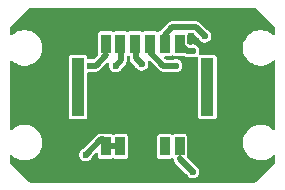
<source format=gbr>
%TF.GenerationSoftware,KiCad,Pcbnew,9.0.2*%
%TF.CreationDate,2025-07-31T21:38:40-05:00*%
%TF.ProjectId,QuiverAttachPCB,51756976-6572-4417-9474-616368504342,rev?*%
%TF.SameCoordinates,Original*%
%TF.FileFunction,Copper,L2,Bot*%
%TF.FilePolarity,Positive*%
%FSLAX46Y46*%
G04 Gerber Fmt 4.6, Leading zero omitted, Abs format (unit mm)*
G04 Created by KiCad (PCBNEW 9.0.2) date 2025-07-31 21:38:40*
%MOMM*%
%LPD*%
G01*
G04 APERTURE LIST*
%TA.AperFunction,SMDPad,CuDef*%
%ADD10R,1.092200X4.902200*%
%TD*%
%TA.AperFunction,SMDPad,CuDef*%
%ADD11R,0.812800X1.600200*%
%TD*%
%TA.AperFunction,ViaPad*%
%ADD12C,0.600000*%
%TD*%
%TA.AperFunction,ViaPad*%
%ADD13C,0.900000*%
%TD*%
%TA.AperFunction,Conductor*%
%ADD14C,0.500000*%
%TD*%
%TA.AperFunction,Conductor*%
%ADD15C,0.200000*%
%TD*%
G04 APERTURE END LIST*
D10*
%TO.P,J1,14*%
%TO.N,N/C*%
X104525000Y-132296174D03*
%TO.P,J1,13*%
X115475000Y-132296174D03*
D11*
%TO.P,J1,12,12*%
%TO.N,FMU_CH1*%
X113125000Y-137346301D03*
%TO.P,J1,11,11*%
%TO.N,CAN1_P*%
X113125000Y-128646298D03*
%TO.P,J1,10,10*%
%TO.N,+12V*%
X111875000Y-137346301D03*
%TO.P,J1,9,9*%
%TO.N,CAN1_N*%
X111875000Y-128646298D03*
%TO.P,J1,8,8*%
%TO.N,GND*%
X110625000Y-137346301D03*
%TO.P,J1,7,7*%
%TO.N,ETH_TX-*%
X110625000Y-128646298D03*
%TO.P,J1,6,6*%
%TO.N,GND*%
X109375000Y-137346301D03*
%TO.P,J1,5,5*%
%TO.N,ETH_TX+*%
X109375000Y-128646298D03*
%TO.P,J1,4,4*%
%TO.N,12VSW*%
X108125000Y-137346301D03*
%TO.P,J1,3,3*%
%TO.N,ETH_RX-*%
X108125000Y-128646298D03*
%TO.P,J1,2,2*%
%TO.N,12VSW*%
X106875000Y-137346301D03*
%TO.P,J1,1,1*%
%TO.N,ETH_RX+*%
X106875000Y-128646298D03*
%TD*%
D12*
%TO.N,CAN1_N*%
X115250000Y-128000000D03*
D13*
%TO.N,GND*%
X103000000Y-138000000D03*
D12*
%TO.N,ETH_TX+*%
X109908400Y-130387193D03*
%TO.N,12VSW*%
X105170000Y-138040000D03*
%TO.N,ETH_TX-*%
X112790000Y-130500000D03*
%TO.N,FMU_CH1*%
X114250000Y-139500000D03*
%TO.N,ETH_RX+*%
X105571102Y-130500000D03*
%TO.N,ETH_RX-*%
X107710000Y-130500000D03*
%TO.N,+12V*%
X111858469Y-136813681D03*
%TO.N,CAN1_P*%
X114250000Y-129250000D03*
%TO.N,GND*%
X106500000Y-139250000D03*
%TD*%
D14*
%TO.N,ETH_TX-*%
X110625000Y-129039998D02*
X110625000Y-129375000D01*
X111750000Y-130500000D02*
X112790000Y-130500000D01*
X110625000Y-129375000D02*
X111750000Y-130500000D01*
%TO.N,GND*%
X108771401Y-139250000D02*
X106500000Y-139250000D01*
X109408400Y-137658400D02*
X109720499Y-137346301D01*
X109720499Y-137346301D02*
X110625000Y-137346301D01*
%TO.N,12VSW*%
X106875000Y-137346301D02*
X108125000Y-137346301D01*
X106460000Y-136750000D02*
X105170000Y-138040000D01*
X106603548Y-136750000D02*
X106460000Y-136750000D01*
%TO.N,CAN1_N*%
X112500000Y-127250000D02*
X114500000Y-127250000D01*
X114500000Y-127250000D02*
X115250000Y-128000000D01*
X111875000Y-128646298D02*
X111875000Y-127875000D01*
X111875000Y-127875000D02*
X112500000Y-127250000D01*
%TO.N,ETH_TX+*%
X109908400Y-130387193D02*
X109408400Y-129887193D01*
X109408400Y-129887193D02*
X109408400Y-128679698D01*
X109408400Y-128679698D02*
X109375000Y-128646298D01*
%TO.N,ETH_RX-*%
X107710000Y-130500000D02*
X108158400Y-130051600D01*
X108158400Y-128679698D02*
X108125000Y-128646298D01*
X108158400Y-130051600D02*
X108158400Y-128679698D01*
D15*
%TO.N,ETH_TX-*%
X110625000Y-128646298D02*
X110625000Y-129039998D01*
D14*
%TO.N,CAN1_P*%
X113125000Y-128646298D02*
X113728702Y-129250000D01*
X113728702Y-129250000D02*
X114250000Y-129250000D01*
%TO.N,ETH_RX+*%
X105571102Y-130500000D02*
X106013249Y-130500000D01*
X106013249Y-130500000D02*
X106908400Y-129604849D01*
%TO.N,FMU_CH1*%
X113158400Y-138408400D02*
X114250000Y-139500000D01*
X113158400Y-138304852D02*
X113158400Y-138408400D01*
%TO.N,GND*%
X109375000Y-138646401D02*
X108771401Y-139250000D01*
X104250000Y-139250000D02*
X103000000Y-138000000D01*
X109375000Y-137346301D02*
X109375000Y-138646401D01*
X106500000Y-139250000D02*
X104250000Y-139250000D01*
%TD*%
%TA.AperFunction,Conductor*%
%TO.N,GND*%
G36*
X119558363Y-125620185D02*
G01*
X119579005Y-125636819D01*
X121213181Y-127270995D01*
X121246666Y-127332318D01*
X121249500Y-127358676D01*
X121249500Y-127828111D01*
X121229815Y-127895150D01*
X121177011Y-127940905D01*
X121107853Y-127950849D01*
X121044297Y-127921824D01*
X121037819Y-127915792D01*
X120977512Y-127855485D01*
X120977510Y-127855483D01*
X120786433Y-127716657D01*
X120575996Y-127609433D01*
X120351368Y-127536446D01*
X120118097Y-127499500D01*
X120118092Y-127499500D01*
X119881908Y-127499500D01*
X119881903Y-127499500D01*
X119648631Y-127536446D01*
X119424003Y-127609433D01*
X119213566Y-127716657D01*
X119116045Y-127787511D01*
X119022490Y-127855483D01*
X119022488Y-127855485D01*
X119022487Y-127855485D01*
X118855485Y-128022487D01*
X118855485Y-128022488D01*
X118855483Y-128022490D01*
X118819169Y-128072472D01*
X118716657Y-128213566D01*
X118609433Y-128424003D01*
X118536446Y-128648631D01*
X118499500Y-128881902D01*
X118499500Y-129118097D01*
X118536446Y-129351368D01*
X118609433Y-129575996D01*
X118687515Y-129729239D01*
X118716657Y-129786433D01*
X118855483Y-129977510D01*
X119022490Y-130144517D01*
X119213567Y-130283343D01*
X119275144Y-130314718D01*
X119424003Y-130390566D01*
X119424005Y-130390566D01*
X119424008Y-130390568D01*
X119537743Y-130427523D01*
X119648631Y-130463553D01*
X119881903Y-130500500D01*
X119881908Y-130500500D01*
X120118097Y-130500500D01*
X120351368Y-130463553D01*
X120363334Y-130459665D01*
X120575992Y-130390568D01*
X120786433Y-130283343D01*
X120977510Y-130144517D01*
X121037819Y-130084208D01*
X121099142Y-130050723D01*
X121168834Y-130055707D01*
X121224767Y-130097579D01*
X121249184Y-130163043D01*
X121249500Y-130171889D01*
X121249500Y-135828111D01*
X121229815Y-135895150D01*
X121177011Y-135940905D01*
X121107853Y-135950849D01*
X121044297Y-135921824D01*
X121037819Y-135915792D01*
X120977512Y-135855485D01*
X120977510Y-135855483D01*
X120786433Y-135716657D01*
X120575996Y-135609433D01*
X120351368Y-135536446D01*
X120118097Y-135499500D01*
X120118092Y-135499500D01*
X119881908Y-135499500D01*
X119881903Y-135499500D01*
X119648631Y-135536446D01*
X119424003Y-135609433D01*
X119213566Y-135716657D01*
X119104550Y-135795862D01*
X119022490Y-135855483D01*
X119022488Y-135855485D01*
X119022487Y-135855485D01*
X118855485Y-136022487D01*
X118855485Y-136022488D01*
X118855483Y-136022490D01*
X118795862Y-136104550D01*
X118716657Y-136213566D01*
X118609433Y-136424003D01*
X118536446Y-136648631D01*
X118499500Y-136881902D01*
X118499500Y-137118097D01*
X118536446Y-137351368D01*
X118609433Y-137575996D01*
X118673630Y-137701988D01*
X118716657Y-137786433D01*
X118855483Y-137977510D01*
X119022490Y-138144517D01*
X119213567Y-138283343D01*
X119312991Y-138334002D01*
X119424003Y-138390566D01*
X119424005Y-138390566D01*
X119424008Y-138390568D01*
X119526605Y-138423904D01*
X119648631Y-138463553D01*
X119881903Y-138500500D01*
X119881908Y-138500500D01*
X120118097Y-138500500D01*
X120351368Y-138463553D01*
X120575992Y-138390568D01*
X120786433Y-138283343D01*
X120977510Y-138144517D01*
X121037819Y-138084208D01*
X121099142Y-138050723D01*
X121168834Y-138055707D01*
X121224767Y-138097579D01*
X121249184Y-138163043D01*
X121249500Y-138171889D01*
X121249500Y-138641324D01*
X121229815Y-138708363D01*
X121213181Y-138729005D01*
X119579005Y-140363181D01*
X119517682Y-140396666D01*
X119491324Y-140399500D01*
X100508676Y-140399500D01*
X100441637Y-140379815D01*
X100420995Y-140363181D01*
X98786819Y-138729005D01*
X98753334Y-138667682D01*
X98750500Y-138641324D01*
X98750500Y-138171889D01*
X98770185Y-138104850D01*
X98822989Y-138059095D01*
X98892147Y-138049151D01*
X98955703Y-138078176D01*
X98962181Y-138084208D01*
X99022490Y-138144517D01*
X99213567Y-138283343D01*
X99312991Y-138334002D01*
X99424003Y-138390566D01*
X99424005Y-138390566D01*
X99424008Y-138390568D01*
X99526605Y-138423904D01*
X99648631Y-138463553D01*
X99881903Y-138500500D01*
X99881908Y-138500500D01*
X100118097Y-138500500D01*
X100351368Y-138463553D01*
X100575992Y-138390568D01*
X100786433Y-138283343D01*
X100977510Y-138144517D01*
X101144517Y-137977510D01*
X101151772Y-137967525D01*
X104619500Y-137967525D01*
X104619500Y-138112475D01*
X104654779Y-138244136D01*
X104657017Y-138252488D01*
X104729488Y-138378011D01*
X104729490Y-138378013D01*
X104729491Y-138378015D01*
X104831985Y-138480509D01*
X104831986Y-138480510D01*
X104831988Y-138480511D01*
X104957511Y-138552982D01*
X104957512Y-138552982D01*
X104957515Y-138552984D01*
X105097525Y-138590500D01*
X105097528Y-138590500D01*
X105242472Y-138590500D01*
X105242475Y-138590500D01*
X105382485Y-138552984D01*
X105508015Y-138480509D01*
X105610509Y-138378015D01*
X105682984Y-138252485D01*
X105682985Y-138252478D01*
X105686029Y-138245133D01*
X105712907Y-138204905D01*
X106006420Y-137911393D01*
X106067742Y-137877909D01*
X106137434Y-137882893D01*
X106193367Y-137924765D01*
X106217784Y-137990229D01*
X106218100Y-137999075D01*
X106218100Y-138171079D01*
X106232632Y-138244136D01*
X106232633Y-138244140D01*
X106232634Y-138244141D01*
X106287999Y-138327002D01*
X106364341Y-138378011D01*
X106370860Y-138382367D01*
X106370864Y-138382368D01*
X106443921Y-138396900D01*
X106443924Y-138396901D01*
X106443926Y-138396901D01*
X107306076Y-138396901D01*
X107306077Y-138396900D01*
X107379140Y-138382367D01*
X107431111Y-138347641D01*
X107497786Y-138326764D01*
X107565166Y-138345248D01*
X107568850Y-138347616D01*
X107620860Y-138382367D01*
X107620862Y-138382367D01*
X107620864Y-138382368D01*
X107693921Y-138396900D01*
X107693924Y-138396901D01*
X107693926Y-138396901D01*
X108556076Y-138396901D01*
X108556077Y-138396900D01*
X108629140Y-138382367D01*
X108712001Y-138327002D01*
X108767366Y-138244141D01*
X108781900Y-138171075D01*
X108781900Y-136521527D01*
X108781900Y-136521524D01*
X108781899Y-136521522D01*
X111218100Y-136521522D01*
X111218100Y-138171079D01*
X111232632Y-138244136D01*
X111232633Y-138244140D01*
X111232634Y-138244141D01*
X111287999Y-138327002D01*
X111364341Y-138378011D01*
X111370860Y-138382367D01*
X111370864Y-138382368D01*
X111443921Y-138396900D01*
X111443924Y-138396901D01*
X111443926Y-138396901D01*
X112306076Y-138396901D01*
X112306077Y-138396900D01*
X112379140Y-138382367D01*
X112431111Y-138347641D01*
X112450185Y-138341668D01*
X112467194Y-138331162D01*
X112482847Y-138331441D01*
X112497786Y-138326764D01*
X112517063Y-138332052D01*
X112537052Y-138332409D01*
X112562170Y-138344426D01*
X112565166Y-138345248D01*
X112568837Y-138347607D01*
X112602792Y-138370294D01*
X112647596Y-138423904D01*
X112656420Y-138466287D01*
X112656839Y-138466232D01*
X112657579Y-138471855D01*
X112657900Y-138473395D01*
X112657900Y-138474292D01*
X112674954Y-138537939D01*
X112692008Y-138601587D01*
X112714951Y-138641324D01*
X112757900Y-138715714D01*
X112757902Y-138715716D01*
X113707089Y-139664903D01*
X113733965Y-139705121D01*
X113737015Y-139712482D01*
X113737016Y-139712485D01*
X113809491Y-139838015D01*
X113911985Y-139940509D01*
X113911986Y-139940510D01*
X113911988Y-139940511D01*
X114037511Y-140012982D01*
X114037512Y-140012982D01*
X114037515Y-140012984D01*
X114177525Y-140050500D01*
X114177528Y-140050500D01*
X114322472Y-140050500D01*
X114322475Y-140050500D01*
X114462485Y-140012984D01*
X114588015Y-139940509D01*
X114690509Y-139838015D01*
X114762984Y-139712485D01*
X114800500Y-139572475D01*
X114800500Y-139427525D01*
X114762984Y-139287515D01*
X114690509Y-139161985D01*
X114588015Y-139059491D01*
X114462485Y-138987016D01*
X114462482Y-138987015D01*
X114455121Y-138983965D01*
X114414903Y-138957089D01*
X113803380Y-138345566D01*
X113769895Y-138284243D01*
X113769444Y-138233692D01*
X113770504Y-138228367D01*
X113781900Y-138171075D01*
X113781900Y-136521527D01*
X113781900Y-136521524D01*
X113781899Y-136521522D01*
X113767367Y-136448465D01*
X113767366Y-136448461D01*
X113751024Y-136424003D01*
X113712001Y-136365600D01*
X113656635Y-136328606D01*
X113629139Y-136310234D01*
X113629135Y-136310233D01*
X113556077Y-136295701D01*
X113556074Y-136295701D01*
X112693926Y-136295701D01*
X112693923Y-136295701D01*
X112620864Y-136310233D01*
X112620857Y-136310236D01*
X112568889Y-136344959D01*
X112502211Y-136365836D01*
X112434831Y-136347350D01*
X112431111Y-136344959D01*
X112379142Y-136310236D01*
X112379135Y-136310233D01*
X112306077Y-136295701D01*
X112306074Y-136295701D01*
X112068635Y-136295701D01*
X112036542Y-136291476D01*
X111991396Y-136279379D01*
X111930944Y-136263181D01*
X111785994Y-136263181D01*
X111680396Y-136291476D01*
X111648303Y-136295701D01*
X111443923Y-136295701D01*
X111370864Y-136310233D01*
X111370860Y-136310234D01*
X111287999Y-136365600D01*
X111232633Y-136448461D01*
X111232632Y-136448465D01*
X111218100Y-136521522D01*
X108781899Y-136521522D01*
X108767367Y-136448465D01*
X108767366Y-136448461D01*
X108751024Y-136424003D01*
X108712001Y-136365600D01*
X108656635Y-136328606D01*
X108629139Y-136310234D01*
X108629135Y-136310233D01*
X108556077Y-136295701D01*
X108556074Y-136295701D01*
X107693926Y-136295701D01*
X107693923Y-136295701D01*
X107620864Y-136310233D01*
X107620857Y-136310236D01*
X107568889Y-136344959D01*
X107502211Y-136365836D01*
X107434831Y-136347350D01*
X107431111Y-136344959D01*
X107379142Y-136310236D01*
X107379135Y-136310233D01*
X107306077Y-136295701D01*
X107306074Y-136295701D01*
X106850594Y-136295701D01*
X106803143Y-136286263D01*
X106796736Y-136283609D01*
X106796734Y-136283608D01*
X106669440Y-136249500D01*
X106525892Y-136249500D01*
X106394107Y-136249500D01*
X106394105Y-136249500D01*
X106343048Y-136263180D01*
X106343049Y-136263181D01*
X106266814Y-136283608D01*
X106266812Y-136283608D01*
X106266812Y-136283609D01*
X106152686Y-136349500D01*
X106152683Y-136349502D01*
X105005093Y-137497091D01*
X104964873Y-137523968D01*
X104957515Y-137527016D01*
X104831988Y-137599489D01*
X104831982Y-137599493D01*
X104729493Y-137701982D01*
X104729488Y-137701988D01*
X104657017Y-137827511D01*
X104657016Y-137827515D01*
X104619500Y-137967525D01*
X101151772Y-137967525D01*
X101283343Y-137786433D01*
X101390568Y-137575992D01*
X101463553Y-137351368D01*
X101488929Y-137191150D01*
X101500500Y-137118097D01*
X101500500Y-136881902D01*
X101463553Y-136648631D01*
X101416810Y-136504773D01*
X101390568Y-136424008D01*
X101390566Y-136424005D01*
X101390566Y-136424003D01*
X101325192Y-136295701D01*
X101283343Y-136213567D01*
X101144517Y-136022490D01*
X100977510Y-135855483D01*
X100786433Y-135716657D01*
X100575996Y-135609433D01*
X100351368Y-135536446D01*
X100118097Y-135499500D01*
X100118092Y-135499500D01*
X99881908Y-135499500D01*
X99881903Y-135499500D01*
X99648631Y-135536446D01*
X99424003Y-135609433D01*
X99213566Y-135716657D01*
X99104550Y-135795862D01*
X99022490Y-135855483D01*
X99022488Y-135855485D01*
X99022487Y-135855485D01*
X98962181Y-135915792D01*
X98900858Y-135949277D01*
X98831166Y-135944293D01*
X98775233Y-135902421D01*
X98750816Y-135836957D01*
X98750500Y-135828111D01*
X98750500Y-130171889D01*
X98770185Y-130104850D01*
X98822989Y-130059095D01*
X98892147Y-130049151D01*
X98955703Y-130078176D01*
X98962181Y-130084208D01*
X99022490Y-130144517D01*
X99213567Y-130283343D01*
X99275144Y-130314718D01*
X99424003Y-130390566D01*
X99424005Y-130390566D01*
X99424008Y-130390568D01*
X99537743Y-130427523D01*
X99648631Y-130463553D01*
X99881903Y-130500500D01*
X99881908Y-130500500D01*
X100118097Y-130500500D01*
X100351368Y-130463553D01*
X100363334Y-130459665D01*
X100575992Y-130390568D01*
X100786433Y-130283343D01*
X100977510Y-130144517D01*
X101144517Y-129977510D01*
X101258668Y-129820395D01*
X103728400Y-129820395D01*
X103728400Y-134771952D01*
X103742932Y-134845009D01*
X103742933Y-134845013D01*
X103742934Y-134845014D01*
X103798299Y-134927875D01*
X103881160Y-134983240D01*
X103881164Y-134983241D01*
X103954221Y-134997773D01*
X103954224Y-134997774D01*
X103954226Y-134997774D01*
X105095776Y-134997774D01*
X105095777Y-134997773D01*
X105168840Y-134983240D01*
X105251701Y-134927875D01*
X105307066Y-134845014D01*
X105321600Y-134771948D01*
X105321600Y-131164665D01*
X105341285Y-131097626D01*
X105394089Y-131051871D01*
X105463247Y-131041927D01*
X105477691Y-131044890D01*
X105498627Y-131050500D01*
X105498629Y-131050500D01*
X105643574Y-131050500D01*
X105643577Y-131050500D01*
X105783587Y-131012984D01*
X105783590Y-131012981D01*
X105790940Y-131009938D01*
X105838391Y-131000500D01*
X106079139Y-131000500D01*
X106079141Y-131000500D01*
X106206435Y-130966392D01*
X106320563Y-130900500D01*
X106966223Y-130254839D01*
X107027544Y-130221356D01*
X107097235Y-130226340D01*
X107153169Y-130268211D01*
X107177586Y-130333676D01*
X107173677Y-130374614D01*
X107159500Y-130427523D01*
X107159500Y-130427525D01*
X107159500Y-130572475D01*
X107184266Y-130664901D01*
X107197017Y-130712488D01*
X107269488Y-130838011D01*
X107269490Y-130838013D01*
X107269491Y-130838015D01*
X107371985Y-130940509D01*
X107371986Y-130940510D01*
X107371988Y-130940511D01*
X107497511Y-131012982D01*
X107497512Y-131012982D01*
X107497515Y-131012984D01*
X107637525Y-131050500D01*
X107637528Y-131050500D01*
X107782472Y-131050500D01*
X107782475Y-131050500D01*
X107922485Y-131012984D01*
X108048015Y-130940509D01*
X108150509Y-130838015D01*
X108222984Y-130712485D01*
X108222985Y-130712478D01*
X108226029Y-130705133D01*
X108252905Y-130664907D01*
X108558899Y-130358915D01*
X108561977Y-130353585D01*
X108624792Y-130244786D01*
X108658900Y-130117492D01*
X108658900Y-129772724D01*
X108661760Y-129762980D01*
X108660494Y-129752904D01*
X108671439Y-129730018D01*
X108678585Y-129705685D01*
X108686258Y-129699035D01*
X108690641Y-129689873D01*
X108712222Y-129676537D01*
X108731389Y-129659930D01*
X108741439Y-129658484D01*
X108750080Y-129653146D01*
X108775441Y-129653595D01*
X108800547Y-129649986D01*
X108811645Y-129654237D01*
X108819938Y-129654385D01*
X108851772Y-129669610D01*
X108852780Y-129670283D01*
X108897590Y-129723888D01*
X108907900Y-129773392D01*
X108907900Y-129821301D01*
X108907900Y-129953085D01*
X108910605Y-129963181D01*
X108942008Y-130080380D01*
X108963435Y-130117492D01*
X109007900Y-130194507D01*
X109007902Y-130194509D01*
X109365489Y-130552096D01*
X109392365Y-130592314D01*
X109395415Y-130599675D01*
X109395416Y-130599678D01*
X109467891Y-130725208D01*
X109570385Y-130827702D01*
X109570386Y-130827703D01*
X109570388Y-130827704D01*
X109695911Y-130900175D01*
X109695912Y-130900175D01*
X109695915Y-130900177D01*
X109835925Y-130937693D01*
X109835928Y-130937693D01*
X109980872Y-130937693D01*
X109980875Y-130937693D01*
X110120885Y-130900177D01*
X110246415Y-130827702D01*
X110348909Y-130725208D01*
X110421384Y-130599678D01*
X110458900Y-130459668D01*
X110458900Y-130314718D01*
X110432993Y-130218033D01*
X110434656Y-130148189D01*
X110473818Y-130090326D01*
X110538046Y-130062821D01*
X110606948Y-130074407D01*
X110640449Y-130098263D01*
X111345159Y-130802972D01*
X111345169Y-130802983D01*
X111349499Y-130807313D01*
X111349500Y-130807314D01*
X111442686Y-130900500D01*
X111556814Y-130966392D01*
X111684107Y-131000500D01*
X111684108Y-131000500D01*
X112522711Y-131000500D01*
X112570162Y-131009938D01*
X112577513Y-131012983D01*
X112577515Y-131012984D01*
X112717525Y-131050500D01*
X112717528Y-131050500D01*
X112862472Y-131050500D01*
X112862475Y-131050500D01*
X113002485Y-131012984D01*
X113128015Y-130940509D01*
X113230509Y-130838015D01*
X113302984Y-130712485D01*
X113340500Y-130572475D01*
X113340500Y-130427525D01*
X113302984Y-130287515D01*
X113300575Y-130283343D01*
X113230511Y-130161988D01*
X113230506Y-130161982D01*
X113128017Y-130059493D01*
X113128011Y-130059488D01*
X113002488Y-129987017D01*
X113002489Y-129987017D01*
X112978365Y-129980553D01*
X112862475Y-129949500D01*
X112717525Y-129949500D01*
X112633519Y-129972009D01*
X112577513Y-129987016D01*
X112570162Y-129990062D01*
X112548238Y-129992418D01*
X112527331Y-129999414D01*
X112522711Y-129999500D01*
X112008675Y-129999500D01*
X111941636Y-129979815D01*
X111920994Y-129963181D01*
X111866392Y-129908579D01*
X111832907Y-129847256D01*
X111837891Y-129777564D01*
X111879763Y-129721631D01*
X111945227Y-129697214D01*
X111954073Y-129696898D01*
X112306076Y-129696898D01*
X112306077Y-129696897D01*
X112379140Y-129682364D01*
X112431111Y-129647638D01*
X112463341Y-129637546D01*
X112495380Y-129626827D01*
X112496592Y-129627134D01*
X112497786Y-129626761D01*
X112530354Y-129635695D01*
X112563106Y-129644000D01*
X112563959Y-129644914D01*
X112565166Y-129645245D01*
X112568850Y-129647613D01*
X112620860Y-129682364D01*
X112620862Y-129682364D01*
X112620864Y-129682365D01*
X112693921Y-129696897D01*
X112693924Y-129696898D01*
X112693926Y-129696898D01*
X113468526Y-129696898D01*
X113530525Y-129713510D01*
X113535516Y-129716392D01*
X113662810Y-129750500D01*
X113982711Y-129750500D01*
X114030162Y-129759938D01*
X114037513Y-129762983D01*
X114037515Y-129762984D01*
X114177525Y-129800500D01*
X114177528Y-129800500D01*
X114322472Y-129800500D01*
X114322475Y-129800500D01*
X114462485Y-129762984D01*
X114492400Y-129745712D01*
X114560297Y-129729239D01*
X114626325Y-129752090D01*
X114669517Y-129807010D01*
X114678400Y-129853099D01*
X114678400Y-134771952D01*
X114692932Y-134845009D01*
X114692933Y-134845013D01*
X114692934Y-134845014D01*
X114748299Y-134927875D01*
X114831160Y-134983240D01*
X114831164Y-134983241D01*
X114904221Y-134997773D01*
X114904224Y-134997774D01*
X114904226Y-134997774D01*
X116045776Y-134997774D01*
X116045777Y-134997773D01*
X116118840Y-134983240D01*
X116201701Y-134927875D01*
X116257066Y-134845014D01*
X116271600Y-134771948D01*
X116271600Y-129820400D01*
X116271600Y-129820397D01*
X116271599Y-129820395D01*
X116257067Y-129747338D01*
X116257066Y-129747334D01*
X116245496Y-129730018D01*
X116201701Y-129664473D01*
X116118840Y-129609108D01*
X116118839Y-129609107D01*
X116118835Y-129609106D01*
X116045777Y-129594574D01*
X116045774Y-129594574D01*
X114904226Y-129594574D01*
X114904222Y-129594574D01*
X114901092Y-129594882D01*
X114899469Y-129594574D01*
X114898134Y-129594574D01*
X114898134Y-129594320D01*
X114832447Y-129581858D01*
X114781741Y-129533789D01*
X114765072Y-129465936D01*
X114769171Y-129439392D01*
X114800500Y-129322475D01*
X114800500Y-129177525D01*
X114762984Y-129037515D01*
X114703682Y-128934802D01*
X114690511Y-128911988D01*
X114690506Y-128911982D01*
X114588017Y-128809493D01*
X114588011Y-128809488D01*
X114462488Y-128737017D01*
X114462489Y-128737017D01*
X114447367Y-128732965D01*
X114322475Y-128699500D01*
X114177525Y-128699500D01*
X114079108Y-128725870D01*
X114037510Y-128737017D01*
X114033461Y-128738695D01*
X114029770Y-128739091D01*
X114029665Y-128739120D01*
X114029660Y-128739103D01*
X114013586Y-128740831D01*
X113994857Y-128747817D01*
X113979557Y-128744488D01*
X113963992Y-128746162D01*
X113946117Y-128737214D01*
X113926584Y-128732965D01*
X113904291Y-128716277D01*
X113901513Y-128714886D01*
X113898330Y-128711814D01*
X113818219Y-128631703D01*
X113784734Y-128570380D01*
X113781900Y-128544022D01*
X113781900Y-127874500D01*
X113801585Y-127807461D01*
X113854389Y-127761706D01*
X113905900Y-127750500D01*
X114241324Y-127750500D01*
X114308363Y-127770185D01*
X114329005Y-127786819D01*
X114707089Y-128164903D01*
X114733965Y-128205121D01*
X114737015Y-128212482D01*
X114737016Y-128212485D01*
X114809491Y-128338015D01*
X114911985Y-128440509D01*
X114911986Y-128440510D01*
X114911988Y-128440511D01*
X115037511Y-128512982D01*
X115037512Y-128512982D01*
X115037515Y-128512984D01*
X115177525Y-128550500D01*
X115177528Y-128550500D01*
X115322472Y-128550500D01*
X115322475Y-128550500D01*
X115462485Y-128512984D01*
X115588015Y-128440509D01*
X115690509Y-128338015D01*
X115762984Y-128212485D01*
X115800500Y-128072475D01*
X115800500Y-127927525D01*
X115762984Y-127787515D01*
X115752978Y-127770185D01*
X115690511Y-127661988D01*
X115690506Y-127661982D01*
X115588017Y-127559493D01*
X115588015Y-127559491D01*
X115462485Y-127487016D01*
X115462482Y-127487015D01*
X115455121Y-127483965D01*
X115414903Y-127457089D01*
X114807316Y-126849502D01*
X114807314Y-126849500D01*
X114708910Y-126792686D01*
X114693187Y-126783608D01*
X114629539Y-126766554D01*
X114565892Y-126749500D01*
X112565892Y-126749500D01*
X112434107Y-126749500D01*
X112306812Y-126783608D01*
X112192686Y-126849500D01*
X112192683Y-126849502D01*
X111567688Y-127474497D01*
X111567687Y-127474499D01*
X111567686Y-127474500D01*
X111505740Y-127536446D01*
X111473722Y-127568464D01*
X111412398Y-127601948D01*
X111410234Y-127602399D01*
X111370863Y-127610230D01*
X111370857Y-127610233D01*
X111318889Y-127644956D01*
X111252211Y-127665833D01*
X111184831Y-127647347D01*
X111181111Y-127644956D01*
X111129142Y-127610233D01*
X111129135Y-127610230D01*
X111056077Y-127595698D01*
X111056074Y-127595698D01*
X110193926Y-127595698D01*
X110193923Y-127595698D01*
X110120864Y-127610230D01*
X110120857Y-127610233D01*
X110068889Y-127644956D01*
X110002211Y-127665833D01*
X109934831Y-127647347D01*
X109931111Y-127644956D01*
X109879142Y-127610233D01*
X109879135Y-127610230D01*
X109806077Y-127595698D01*
X109806074Y-127595698D01*
X108943926Y-127595698D01*
X108943923Y-127595698D01*
X108870864Y-127610230D01*
X108870857Y-127610233D01*
X108818889Y-127644956D01*
X108752211Y-127665833D01*
X108684831Y-127647347D01*
X108681111Y-127644956D01*
X108629142Y-127610233D01*
X108629135Y-127610230D01*
X108556077Y-127595698D01*
X108556074Y-127595698D01*
X107693926Y-127595698D01*
X107693923Y-127595698D01*
X107620864Y-127610230D01*
X107620857Y-127610233D01*
X107568889Y-127644956D01*
X107502211Y-127665833D01*
X107434831Y-127647347D01*
X107431111Y-127644956D01*
X107379142Y-127610233D01*
X107379135Y-127610230D01*
X107306077Y-127595698D01*
X107306074Y-127595698D01*
X106443926Y-127595698D01*
X106443923Y-127595698D01*
X106370864Y-127610230D01*
X106370860Y-127610231D01*
X106287999Y-127665597D01*
X106232633Y-127748458D01*
X106232632Y-127748462D01*
X106218100Y-127821519D01*
X106218100Y-129471076D01*
X106224458Y-129503039D01*
X106218231Y-129572630D01*
X106190522Y-129614911D01*
X105861680Y-129943754D01*
X105800357Y-129977239D01*
X105741908Y-129975848D01*
X105643577Y-129949500D01*
X105498627Y-129949500D01*
X105498622Y-129949500D01*
X105477691Y-129955109D01*
X105407841Y-129953445D01*
X105349979Y-129914282D01*
X105322477Y-129850053D01*
X105321600Y-129835334D01*
X105321600Y-129820397D01*
X105321599Y-129820395D01*
X105307067Y-129747338D01*
X105307066Y-129747334D01*
X105295496Y-129730018D01*
X105251701Y-129664473D01*
X105168840Y-129609108D01*
X105168839Y-129609107D01*
X105168835Y-129609106D01*
X105095777Y-129594574D01*
X105095774Y-129594574D01*
X103954226Y-129594574D01*
X103954223Y-129594574D01*
X103881164Y-129609106D01*
X103881160Y-129609107D01*
X103798299Y-129664473D01*
X103742933Y-129747334D01*
X103742932Y-129747338D01*
X103728400Y-129820395D01*
X101258668Y-129820395D01*
X101283343Y-129786433D01*
X101295291Y-129762984D01*
X101297825Y-129758012D01*
X101390566Y-129575996D01*
X101390566Y-129575995D01*
X101390568Y-129575992D01*
X101463553Y-129351368D01*
X101488929Y-129191150D01*
X101500500Y-129118097D01*
X101500500Y-128881902D01*
X101463553Y-128648631D01*
X101395930Y-128440511D01*
X101390568Y-128424008D01*
X101390566Y-128424005D01*
X101390566Y-128424003D01*
X101283342Y-128213566D01*
X101282557Y-128212485D01*
X101144517Y-128022490D01*
X100977510Y-127855483D01*
X100786433Y-127716657D01*
X100575996Y-127609433D01*
X100351368Y-127536446D01*
X100118097Y-127499500D01*
X100118092Y-127499500D01*
X99881908Y-127499500D01*
X99881903Y-127499500D01*
X99648631Y-127536446D01*
X99424003Y-127609433D01*
X99213566Y-127716657D01*
X99116045Y-127787511D01*
X99022490Y-127855483D01*
X99022488Y-127855485D01*
X99022487Y-127855485D01*
X98962181Y-127915792D01*
X98900858Y-127949277D01*
X98831166Y-127944293D01*
X98775233Y-127902421D01*
X98750816Y-127836957D01*
X98750500Y-127828111D01*
X98750500Y-127358676D01*
X98770185Y-127291637D01*
X98786819Y-127270995D01*
X100420995Y-125636819D01*
X100482318Y-125603334D01*
X100508676Y-125600500D01*
X119491324Y-125600500D01*
X119558363Y-125620185D01*
G37*
%TD.AperFunction*%
%TD*%
M02*

</source>
